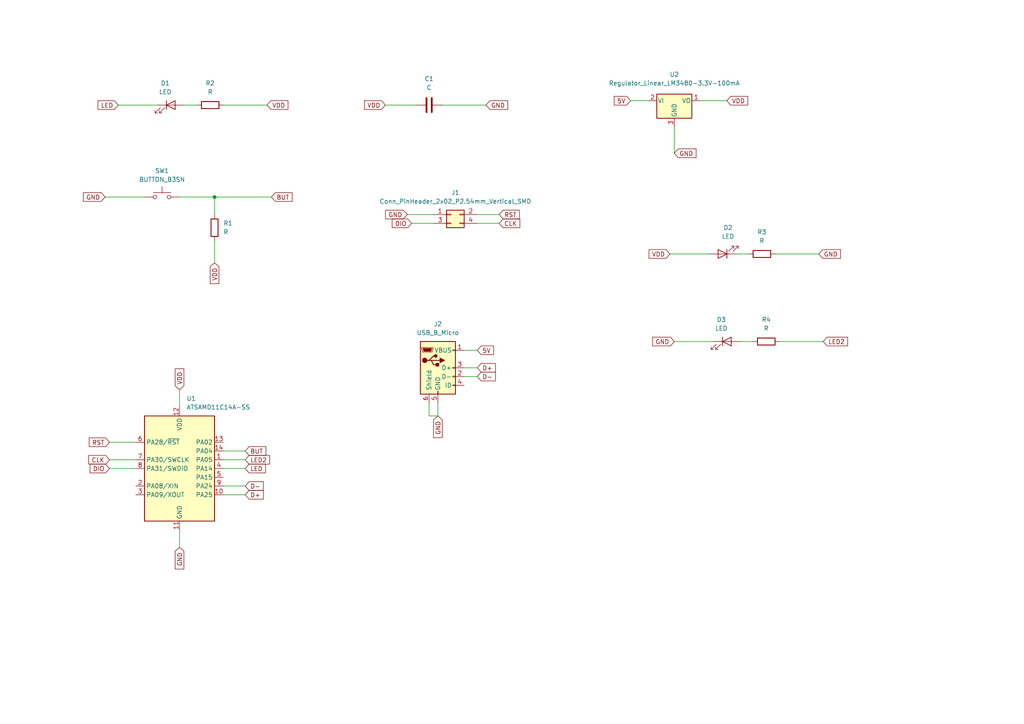
<source format=kicad_sch>
(kicad_sch (version 20211123) (generator eeschema)
  (paper "A4")
  (lib_symbols
    (symbol "Connector:USB_B_Micro" (pin_names (offset 1.016))
      (property "Reference" "J" (at -5.08 11.43 0))
      (property "Value" "USB_B_Micro" (at -5.08 8.89 0))
      (symbol "USB_B_Micro_0_1"
        (rectangle (start -5.08 -7.62) (end 5.08 7.62) (stroke (width 0.254)) (fill (type background)))
        (circle (center -3.81 2.159) (radius 0.635) (stroke (width 0.254)) (fill (type outline)))
        (circle (center -0.635 3.429) (radius 0.381) (stroke (width 0.254)) (fill (type outline)))
        (rectangle (start -0.127 -7.62) (end 0.127 -6.858))
        (polyline (pts (xy -1.905 2.159) (xy 0.635 2.159)) (stroke (width 0.254)))
        (polyline (pts (xy -3.175 2.159) (xy -2.54 2.159) (xy -1.27 3.429) (xy -0.635 3.429)) (stroke (width 0.254)))
        (polyline (pts (xy -2.54 2.159) (xy -1.905 2.159) (xy -1.27 0.889) (xy 0 0.889)) (stroke (width 0.254)))
        (polyline (pts (xy 0.635 2.794) (xy 0.635 1.524) (xy 1.905 2.159) (xy 0.635 2.794)) (stroke (width 0.254)) (fill (type outline)))
        (polyline (pts (xy -4.318 5.588) (xy -1.778 5.588) (xy -2.032 4.826) (xy -4.064 4.826) (xy -4.318 5.588)) (fill (type outline)))
        (polyline (pts (xy -4.699 5.842) (xy -4.699 5.588) (xy -4.445 4.826) (xy -4.445 4.572) (xy -1.651 4.572) (xy -1.651 4.826) (xy -1.397 5.588) (xy -1.397 5.842) (xy -4.699 5.842)))
        (rectangle (start 0.254 1.27) (end -0.508 0.508) (stroke (width 0.254)) (fill (type outline)))
        (rectangle (start 5.08 -5.207) (end 4.318 -4.953))
        (rectangle (start 5.08 -2.667) (end 4.318 -2.413))
        (rectangle (start 5.08 -0.127) (end 4.318 0.127))
        (rectangle (start 5.08 4.953) (end 4.318 5.207))
      )
      (symbol "USB_B_Micro_1_1"
        (pin power_out line (at 7.62 5.08 180) (length 2.54) (name "VBUS") (number "1"))
        (pin bidirectional line (at 7.62 -2.54 180) (length 2.54) (name "D-") (number "2"))
        (pin bidirectional line (at 7.62 0 180) (length 2.54) (name "D+") (number "3"))
        (pin passive line (at 7.62 -5.08 180) (length 2.54) (name "ID") (number "4"))
        (pin power_out line (at 0 -10.16 90) (length 2.54) (name "GND") (number "5"))
        (pin passive line (at -2.54 -10.16 90) (length 2.54) (name "Shield") (number "6"))
      )
    )
    (symbol "fab:ATSAMD11C14A-SS"
      (property "Reference" "U" (at -10.16 16.51 0))
      (property "Value" "ATSAMD11C14A-SS" (at 1.27 16.51 0))
      (symbol "ATSAMD11C14A-SS_0_1"
        (rectangle (start -10.16 15.24) (end 10.16 -15.24) (stroke (width 0.254)) (fill (type background)))
      )
      (symbol "ATSAMD11C14A-SS_1_1"
        (pin bidirectional line (at 12.7 2.54 180) (length 2.54) (name "PA05") (number "1"))
        (pin bidirectional line (at 12.7 -7.62 180) (length 2.54) (name "PA25") (number "10"))
        (pin power_in line (at 0 -17.78 90) (length 2.54) (name "GND") (number "11"))
        (pin power_in line (at 0 17.78 270) (length 2.54) (name "VDD") (number "12"))
        (pin bidirectional line (at 12.7 7.62 180) (length 2.54) (name "PA02") (number "13"))
        (pin bidirectional line (at 12.7 5.08 180) (length 2.54) (name "PA04") (number "14"))
        (pin bidirectional line (at -12.7 -5.08 0) (length 2.54) (name "PA08/XIN") (number "2"))
        (pin bidirectional line (at -12.7 -7.62 0) (length 2.54) (name "PA09/XOUT") (number "3"))
        (pin bidirectional line (at 12.7 0 180) (length 2.54) (name "PA14") (number "4"))
        (pin bidirectional line (at 12.7 -2.54 180) (length 2.54) (name "PA15") (number "5"))
        (pin bidirectional line (at -12.7 7.62 0) (length 2.54) (name "PA28/~{RST}") (number "6"))
        (pin bidirectional line (at -12.7 2.54 0) (length 2.54) (name "PA30/SWCLK") (number "7"))
        (pin bidirectional line (at -12.7 0 0) (length 2.54) (name "PA31/SWDIO") (number "8"))
        (pin bidirectional line (at 12.7 -5.08 180) (length 2.54) (name "PA24") (number "9"))
      )
    )
    (symbol "fab:BUTTON_B3SN" (pin_numbers hide) (pin_names (offset 1.016) hide)
      (property "Reference" "SW" (at 1.27 2.54 0))
      (property "Value" "BUTTON_B3SN" (at 0 -1.524 0))
      (symbol "BUTTON_B3SN_0_1"
        (circle (center -2.032 0) (radius 0.508))
        (polyline (pts (xy 0 1.27) (xy 0 3.048)))
        (polyline (pts (xy 2.54 1.27) (xy -2.54 1.27)))
        (circle (center 2.032 0) (radius 0.508))
        (pin passive line (at -5.08 0 0) (length 2.54) (name "1") (number "1"))
        (pin passive line (at 5.08 0 180) (length 2.54) (name "2") (number "2"))
      )
    )
    (symbol "fab:C" (pin_numbers hide) (pin_names (offset 0.254))
      (property "Reference" "C" (at 0.635 2.54 0))
      (property "Value" "C" (at 0.635 -2.54 0))
      (symbol "C_0_1"
        (polyline (pts (xy -2.032 -0.762) (xy 2.032 -0.762)) (stroke (width 0.508)))
        (polyline (pts (xy -2.032 0.762) (xy 2.032 0.762)) (stroke (width 0.508)))
      )
      (symbol "C_1_1"
        (pin passive line (at 0 3.81 270) (length 2.794) (name "~") (number "1"))
        (pin passive line (at 0 -3.81 90) (length 2.794) (name "~") (number "2"))
      )
    )
    (symbol "fab:Conn_PinHeader_2x02_P2.54mm_Vertical_SMD" (pin_names (offset 1.016) hide)
      (property "Reference" "J" (at 1.27 2.54 0))
      (property "Value" "Conn_PinHeader_2x02_P2.54mm_Vertical_SMD" (at 1.27 -5.08 0))
      (symbol "Conn_PinHeader_2x02_P2.54mm_Vertical_SMD_1_1"
        (rectangle (start -1.27 -2.413) (end 0 -2.667) (stroke (width 0.1524)))
        (rectangle (start -1.27 0.127) (end 0 -0.127) (stroke (width 0.1524)))
        (rectangle (start -1.27 1.27) (end 3.81 -3.81) (stroke (width 0.254)) (fill (type background)))
        (rectangle (start 3.81 -2.413) (end 2.54 -2.667) (stroke (width 0.1524)))
        (rectangle (start 3.81 0.127) (end 2.54 -0.127) (stroke (width 0.1524)))
        (pin passive line (at -5.08 0 0) (length 3.81) (name "Pin_1") (number "1"))
        (pin passive line (at 7.62 0 180) (length 3.81) (name "Pin_2") (number "2"))
        (pin passive line (at -5.08 -2.54 0) (length 3.81) (name "Pin_3") (number "3"))
        (pin passive line (at 7.62 -2.54 180) (length 3.81) (name "Pin_4") (number "4"))
      )
    )
    (symbol "fab:LED" (pin_numbers hide) (pin_names (offset 1.016) hide)
      (property "Reference" "D" (at 0 2.54 0))
      (property "Value" "LED" (at 0 -2.54 0))
      (symbol "LED_0_1"
        (polyline (pts (xy -1.27 -1.27) (xy -1.27 1.27)) (stroke (width 0.2032)))
        (polyline (pts (xy -1.27 0) (xy 1.27 0)))
        (polyline (pts (xy 1.27 -1.27) (xy 1.27 1.27) (xy -1.27 0) (xy 1.27 -1.27)) (stroke (width 0.2032)))
        (polyline (pts (xy -3.048 -0.762) (xy -4.572 -2.286) (xy -3.81 -2.286) (xy -4.572 -2.286) (xy -4.572 -1.524)))
        (polyline (pts (xy -1.778 -0.762) (xy -3.302 -2.286) (xy -2.54 -2.286) (xy -3.302 -2.286) (xy -3.302 -1.524)))
      )
      (symbol "LED_1_1"
        (pin passive line (at -3.81 0 0) (length 2.54) (name "K") (number "1"))
        (pin passive line (at 3.81 0 180) (length 2.54) (name "A") (number "2"))
      )
    )
    (symbol "fab:R" (pin_numbers hide) (pin_names (offset 0))
      (property "Reference" "R" (at 2.032 0 90))
      (property "Value" "R" (at 0 0 90))
      (symbol "R_0_1"
        (rectangle (start -1.016 -2.54) (end 1.016 2.54) (stroke (width 0.254)))
      )
      (symbol "R_1_1"
        (pin passive line (at 0 3.81 270) (length 1.27) (name "~") (number "1"))
        (pin passive line (at 0 -3.81 90) (length 1.27) (name "~") (number "2"))
      )
    )
    (symbol "fab:Regulator_Linear_LM3480-3.3V-100mA" (pin_names (offset 0.254))
      (property "Reference" "U" (at -3.81 3.175 0))
      (property "Value" "Regulator_Linear_LM3480-3.3V-100mA" (at 0 3.175 0))
      (symbol "Regulator_Linear_LM3480-3.3V-100mA_0_1"
        (rectangle (start -5.08 1.905) (end 5.08 -5.08) (stroke (width 0.254)) (fill (type background)))
      )
      (symbol "Regulator_Linear_LM3480-3.3V-100mA_1_1"
        (pin power_out line (at 7.62 0 180) (length 2.54) (name "VO") (number "1"))
        (pin power_in line (at -7.62 0 0) (length 2.54) (name "VI") (number "2"))
        (pin power_in line (at 0 -7.62 90) (length 2.54) (name "GND") (number "3"))
      )
    )
  )
  (junction (at 62.23 57.15))
  (wire (pts (xy 128.27 30.48) (xy 140.97 30.48)))
  (wire (pts (xy 224.79 73.66) (xy 237.49 73.66)))
  (wire (pts (xy 127 116.84) (xy 127 120.65)))
  (wire (pts (xy 62.23 69.85) (xy 62.23 76.2)))
  (wire (pts (xy 119.38 64.77) (xy 125.73 64.77)))
  (wire (pts (xy 62.23 57.15) (xy 62.23 62.23)))
  (wire (pts (xy 64.77 30.48) (xy 77.47 30.48)))
  (wire (pts (xy 138.43 62.23) (xy 144.78 62.23)))
  (wire (pts (xy 134.62 106.68) (xy 138.43 106.68)))
  (wire (pts (xy 31.75 133.35) (xy 39.37 133.35)))
  (wire (pts (xy 203.2 29.21) (xy 210.82 29.21)))
  (wire (pts (xy 213.36 73.66) (xy 217.17 73.66)))
  (wire (pts (xy 64.77 135.89) (xy 71.12 135.89)))
  (wire (pts (xy 64.77 133.35) (xy 71.12 133.35)))
  (wire (pts (xy 214.63 99.06) (xy 218.44 99.06)))
  (wire (pts (xy 195.58 36.83) (xy 195.58 44.45)))
  (wire (pts (xy 194.31 73.66) (xy 205.74 73.66)))
  (wire (pts (xy 30.48 57.15) (xy 41.91 57.15)))
  (wire (pts (xy 182.88 29.21) (xy 187.96 29.21)))
  (wire (pts (xy 34.29 30.48) (xy 45.72 30.48)))
  (wire (pts (xy 52.07 153.67) (xy 52.07 158.75)))
  (wire (pts (xy 124.46 120.65) (xy 127 120.65)))
  (wire (pts (xy 134.62 101.6) (xy 138.43 101.6)))
  (wire (pts (xy 52.07 57.15) (xy 62.23 57.15)))
  (wire (pts (xy 226.06 99.06) (xy 238.76 99.06)))
  (wire (pts (xy 124.46 116.84) (xy 124.46 120.65)))
  (wire (pts (xy 111.76 30.48) (xy 120.65 30.48)))
  (wire (pts (xy 62.23 57.15) (xy 78.74 57.15)))
  (wire (pts (xy 195.58 99.06) (xy 207.01 99.06)))
  (wire (pts (xy 53.34 30.48) (xy 57.15 30.48)))
  (wire (pts (xy 134.62 109.22) (xy 138.43 109.22)))
  (wire (pts (xy 64.77 143.51) (xy 71.12 143.51)))
  (wire (pts (xy 64.77 130.81) (xy 71.12 130.81)))
  (wire (pts (xy 52.07 113.03) (xy 52.07 118.11)))
  (wire (pts (xy 138.43 64.77) (xy 144.78 64.77)))
  (wire (pts (xy 31.75 128.27) (xy 39.37 128.27)))
  (wire (pts (xy 31.75 135.89) (xy 39.37 135.89)))
  (wire (pts (xy 118.11 62.23) (xy 125.73 62.23)))
  (wire (pts (xy 64.77 140.97) (xy 71.12 140.97)))
  (global_label "GND" (shape input) (at 195.58 44.45 0) (property "Intersheet References" "${INTERSHEET_REFS}" (effects hide)))
  (global_label "BUT" (shape input) (at 78.74 57.15 0) (property "Intersheet References" "${INTERSHEET_REFS}" (effects hide)))
  (global_label "D-" (shape input) (at 71.12 140.97 0) (property "Intersheet References" "${INTERSHEET_REFS}" (effects hide)))
  (global_label "GND" (shape input) (at 118.11 62.23 180) (property "Intersheet References" "${INTERSHEET_REFS}" (effects hide)))
  (global_label "GND" (shape input) (at 52.07 158.75 270) (property "Intersheet References" "${INTERSHEET_REFS}" (effects hide)))
  (global_label "GND" (shape input) (at 30.48 57.15 180) (property "Intersheet References" "${INTERSHEET_REFS}" (effects hide)))
  (global_label "CLK" (shape input) (at 31.75 133.35 180) (property "Intersheet References" "${INTERSHEET_REFS}" (effects hide)))
  (global_label "GND" (shape input) (at 127 120.65 270) (property "Intersheet References" "${INTERSHEET_REFS}" (effects hide)))
  (global_label "VDD" (shape input) (at 210.82 29.21 0) (property "Intersheet References" "${INTERSHEET_REFS}" (effects hide)))
  (global_label "CLK" (shape input) (at 144.78 64.77 0) (property "Intersheet References" "${INTERSHEET_REFS}" (effects hide)))
  (global_label "DIO" (shape input) (at 119.38 64.77 180) (property "Intersheet References" "${INTERSHEET_REFS}" (effects hide)))
  (global_label "RST" (shape input) (at 31.75 128.27 180) (property "Intersheet References" "${INTERSHEET_REFS}" (effects hide)))
  (global_label "D+" (shape input) (at 71.12 143.51 0) (property "Intersheet References" "${INTERSHEET_REFS}" (effects hide)))
  (global_label "VDD" (shape input) (at 52.07 113.03 90) (property "Intersheet References" "${INTERSHEET_REFS}" (effects hide)))
  (global_label "VDD" (shape input) (at 111.76 30.48 180) (property "Intersheet References" "${INTERSHEET_REFS}" (effects hide)))
  (global_label "D-" (shape input) (at 138.43 109.22 0) (property "Intersheet References" "${INTERSHEET_REFS}" (effects hide)))
  (global_label "VDD" (shape input) (at 62.23 76.2 270) (property "Intersheet References" "${INTERSHEET_REFS}" (effects hide)))
  (global_label "VDD" (shape input) (at 194.31 73.66 180) (property "Intersheet References" "${INTERSHEET_REFS}" (effects hide)))
  (global_label "D+" (shape input) (at 138.43 106.68 0) (property "Intersheet References" "${INTERSHEET_REFS}" (effects hide)))
  (global_label "LED" (shape input) (at 71.12 135.89 0) (property "Intersheet References" "${INTERSHEET_REFS}" (effects hide)))
  (global_label "GND" (shape input) (at 140.97 30.48 0) (property "Intersheet References" "${INTERSHEET_REFS}" (effects hide)))
  (global_label "5V" (shape input) (at 182.88 29.21 180) (property "Intersheet References" "${INTERSHEET_REFS}" (effects hide)))
  (global_label "GND" (shape input) (at 237.49 73.66 0) (property "Intersheet References" "${INTERSHEET_REFS}" (effects hide)))
  (global_label "5V" (shape input) (at 138.43 101.6 0) (property "Intersheet References" "${INTERSHEET_REFS}" (effects hide)))
  (global_label "LED" (shape input) (at 34.29 30.48 180) (property "Intersheet References" "${INTERSHEET_REFS}" (effects hide)))
  (global_label "LED2" (shape input) (at 71.12 133.35 0) (property "Intersheet References" "${INTERSHEET_REFS}" (effects hide)))
  (global_label "DIO" (shape input) (at 31.75 135.89 180) (property "Intersheet References" "${INTERSHEET_REFS}" (effects hide)))
  (global_label "GND" (shape input) (at 195.58 99.06 180) (property "Intersheet References" "${INTERSHEET_REFS}" (effects hide)))
  (global_label "RST" (shape input) (at 144.78 62.23 0) (property "Intersheet References" "${INTERSHEET_REFS}" (effects hide)))
  (global_label "LED2" (shape input) (at 238.76 99.06 0) (property "Intersheet References" "${INTERSHEET_REFS}" (effects hide)))
  (global_label "VDD" (shape input) (at 77.47 30.48 0) (property "Intersheet References" "${INTERSHEET_REFS}" (effects hide)))
  (global_label "BUT" (shape input) (at 71.12 130.81 0) (property "Intersheet References" "${INTERSHEET_REFS}" (effects hide)))
  (symbol (lib_id "fab:C") (at 124.46 30.48 90) (unit 1)
    (property "Reference" "C1" (at 124.46 22.86 90))
    (property "Value" "C" (at 124.46 25.4 90))
    (property "Footprint" "fab:C_1206" (effects hide))
  )
  (symbol (lib_id "fab:Regulator_Linear_LM3480-3.3V-100mA") (at 195.58 29.21 0) (unit 1)
    (property "Reference" "U2" (at 195.58 21.59 0))
    (property "Value" "Regulator_Linear_LM3480-3.3V-100mA" (at 195.58 24.13 0))
    (property "Footprint" "fab:SOT-23" (effects hide))
    (property "Datasheet" "https://www.ti.com/lit/ds/symlink/lm3480.pdf" (effects hide))
  )
  (symbol (lib_id "fab:ATSAMD11C14A-SS") (at 52.07 135.89 0) (unit 1)
    (property "Reference" "U1" (at 54.0894 115.57 0) (effects (justify left)))
    (property "Value" "ATSAMD11C14A-SS" (at 54.0894 118.11 0) (effects (justify left)))
    (property "Footprint" "fab:SOIC-14_3.9x8.7mm_P1.27mm" (effects hide))
  )
  (symbol (lib_id "fab:BUTTON_B3SN") (at 46.99 57.15 0) (unit 1)
    (property "Reference" "SW1" (at 46.99 49.53 0))
    (property "Value" "BUTTON_B3SN" (at 46.99 52.07 0))
    (property "Footprint" "fab:Button_Omron_B3SN_6x6mm" (effects hide))
    (property "Datasheet" "https://omronfs.omron.com/en_US/ecb/products/pdf/en-b3sn.pdf" (effects hide))
  )
  (symbol (lib_id "fab:LED") (at 49.53 30.48 0) (unit 1)
    (property "Reference" "D1" (at 47.9298 24.13 0))
    (property "Value" "LED" (at 47.9298 26.67 0))
    (property "Footprint" "fab:LED_1206" (effects hide))
    (property "Datasheet" "https://optoelectronics.liteon.com/upload/download/DS-22-98-0002/LTST-C150CKT.pdf" (effects hide))
  )
  (symbol (lib_id "fab:LED") (at 210.82 99.06 0) (unit 1)
    (property "Reference" "D3" (at 209.2198 92.71 0))
    (property "Value" "LED" (at 209.2198 95.25 0))
    (property "Footprint" "fab:LED_1206" (effects hide))
    (property "Datasheet" "https://optoelectronics.liteon.com/upload/download/DS-22-98-0002/LTST-C150CKT.pdf" (effects hide))
  )
  (symbol (lib_id "fab:R") (at 222.25 99.06 90) (unit 1)
    (property "Reference" "R4" (at 222.25 92.71 90))
    (property "Value" "R" (at 222.25 95.25 90))
    (property "Footprint" "fab:R_1206" (effects hide))
  )
  (symbol (lib_id "fab:Conn_PinHeader_2x02_P2.54mm_Vertical_SMD") (at 130.81 62.23 0) (unit 1)
    (property "Reference" "J1" (at 132.08 55.88 0))
    (property "Value" "Conn_PinHeader_2x02_P2.54mm_Vertical_SMD" (at 132.08 58.42 0))
    (property "Footprint" "fab:PinHeader_2x02_P2.54mm_Vertical_SMD" (effects hide))
    (property "Datasheet" "https://cdn.amphenol-icc.com/media/wysiwyg/files/drawing/95278.pdf" (effects hide))
  )
  (symbol (lib_id "fab:R") (at 220.98 73.66 90) (unit 1)
    (property "Reference" "R3" (at 220.98 67.31 90))
    (property "Value" "R" (at 220.98 69.85 90))
    (property "Footprint" "fab:R_1206" (effects hide))
  )
  (symbol (lib_id "fab:R") (at 62.23 66.04 0) (unit 1)
    (property "Reference" "R1" (at 64.77 64.7699 0) (effects (justify left)))
    (property "Value" "R" (at 64.77 67.3099 0) (effects (justify left)))
    (property "Footprint" "fab:R_1206" (effects hide))
  )
  (symbol (lib_id "Connector:USB_B_Micro") (at 127 106.68 0) (unit 1)
    (property "Reference" "J2" (at 127 93.98 0))
    (property "Value" "USB_B_Micro" (at 127 96.52 0))
    (property "Footprint" "Connector_USB:USB_Micro-B_Amphenol_10118194_Horizontal" (effects hide))
  )
  (symbol (lib_id "fab:LED") (at 209.55 73.66 180) (unit 1)
    (property "Reference" "D2" (at 211.1502 66.04 0))
    (property "Value" "LED" (at 211.1502 68.58 0))
    (property "Footprint" "fab:LED_1206" (effects hide))
    (property "Datasheet" "https://optoelectronics.liteon.com/upload/download/DS-22-98-0002/LTST-C150CKT.pdf" (effects hide))
  )
  (symbol (lib_id "fab:R") (at 60.96 30.48 90) (unit 1)
    (property "Reference" "R2" (at 60.96 24.13 90))
    (property "Value" "R" (at 60.96 26.67 90))
    (property "Footprint" "fab:R_1206" (effects hide))
  )
)
</source>
